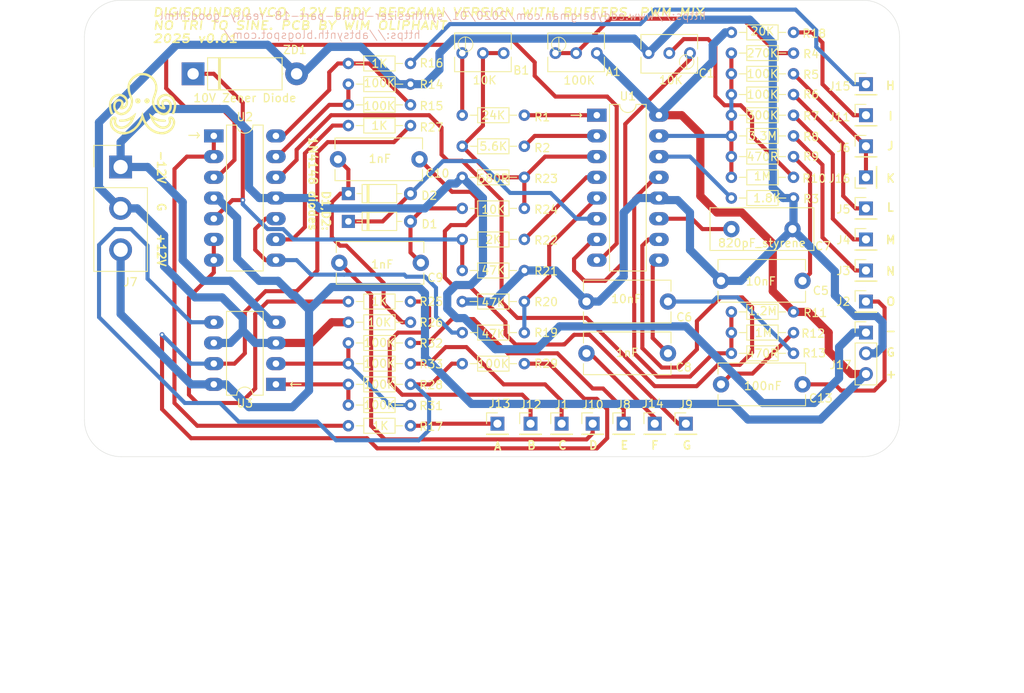
<source format=kicad_pcb>
(kicad_pcb (version 20240108) (generator "pcbnew") (generator_version "8.0")
  (layers (0 "F.Cu" signal) (31 "B.Cu" signal) (34 "B.Paste" user) (35 "F.Paste" user) (36 "B.SilkS" user "B.Silkscreen") (37 "F.SilkS" user "F.Silkscreen") (38 "B.Mask" user) (39 "F.Mask" user) (44 "Edge.Cuts" user))
  (net 0 "")
  (net 1 "GND")
  (net 2 "Net-(C5-Pad1)")
  (net 3 "Net-(C6-Pad1)")
  (net 4 "/3340_11")
  (net 5 "/3340_9")
  (net 6 "Net-(D1-A)")
  (net 7 "Net-(D2-K)")
  (net 8 "Net-(C13-Pad1)")
  (net 9 "/3340_6")
  (net 10 "+12V")
  (net 11 "-12V")
  (net 12 "/3340_1")
  (net 13 "Net-(R1-Pad1)")
  (net 14 "/3340_3")
  (net 15 "/3340_2")
  (net 16 "/3340_14")
  (net 17 "/3340_15")
  (net 18 "Net-(R4-Pad2)")
  (net 19 "Net-(R10-Pad1)")
  (net 20 "/3340_13")
  (net 21 "Net-(U2D--)")
  (net 22 "Net-(R15-Pad2)")
  (net 23 "Net-(U2A--)")
  (net 24 "Net-(U2C-+)")
  (net 25 "/3340_5")
  (net 26 "Net-(U2B-+)")
  (net 27 "/3340_4")
  (net 28 "Net-(U2B--)")
  (net 29 "Net-(U2C--)")
  (net 30 "Net-(R27-Pad2)")
  (net 31 "Net-(R28-Pad1)")
  (net 32 "Net-(U3B-+)")
  (net 33 "Net-(U3A--)")
  (net 34 "/3340_7")
  (net 35 "/3340_8")
  (net 36 "/3340_10")
  (net 37 "Net-(J14-Pin_1)")
  (net 38 "Net-(J10-Pin_1)")
  (net 39 "Net-(J9-Pin_1)")
  (net 40 "Net-(J2-Pin_1)")
  (net 41 "Net-(J1-Pin_1)")
  (net 42 "Net-(J3-Pin_1)")
  (net 43 "Net-(J4-Pin_1)")
  (net 44 "Net-(J5-Pin_1)")
  (net 45 "Net-(J16-Pin_1)")
  (net 46 "Net-(J8-Pin_1)")
  (net 47 "Net-(J11-Pin_1)")
  (net 48 "Net-(J12-Pin_1)")
  (net 49 "Net-(J13-Pin_1)")
  (net 50 "Net-(J15-Pin_1)")
  (footprint "Connector_PinHeader_2.54mm:PinHeader_1x01_P2.54mm_Vertical" (layer "F.Cu") (at 193.23 87.44)
    (property "Reference" "J5")
    (property "Value" "to_rv5_pot")
  )
  (footprint "Package_DIP:DIP-16_W7.62mm_LongPads" (layer "F.Cu") (at 160.21 76.01)
    (property "Reference" "U1")
    (property "Value" "AS3340" (hide yes))
  )
  (footprint "Resistor_THT:R_Axial_DIN0204_L3.6mm_D1.6mm_P7.62mm_Horizontal" (layer "F.Cu") (at 176.72 73.47)
    (property "Reference" "R6")
    (property "Value" "100K")
  )
  (footprint "Diode_THT:D_DO-35_SOD27_P7.62mm_Horizontal" (layer "F.Cu") (at 129.73 89.04)
    (property "Reference" "D1")
    (property "Value" "1N4148" (hide yes))
  )
  (footprint "Connector_PinHeader_2.54mm:PinHeader_1x01_P2.54mm_Vertical" (layer "F.Cu") (at 193.23 76.01)
    (property "Reference" "J11")
    (property "Value" "rv4_pin3")
  )
  (footprint "Package_DIP:DIP-14_W7.62mm_LongPads" (layer "F.Cu") (at 113.22 78.55)
    (property "Reference" "U2")
    (property "Value" "TL074" (hide yes))
  )
  (footprint "Resistor_THT:R_Axial_DIN0204_L3.6mm_D1.6mm_P7.62mm_Horizontal" (layer "F.Cu") (at 143.7 87.44)
    (property "Reference" "R24")
    (property "Value" "10K")
  )
  (footprint "Resistor_THT:R_Axial_DIN0204_L3.6mm_D1.6mm_P7.62mm_Horizontal" (layer "F.Cu") (at 176.72 68.39)
    (property "Reference" "R4")
    (property "Value" "270K")
  )
  (footprint "Connector_PinHeader_2.54mm:PinHeader_1x01_P2.54mm_Vertical" (layer "F.Cu") (at 152.082 113.856)
    (property "Reference" "J12")
    (property "Value" "square_out_jack")
  )
  (footprint "Connector_PinHeader_2.54mm:PinHeader_1x01_P2.54mm_Vertical" (layer "F.Cu") (at 193.23 98.87)
    (property "Reference" "J2")
    (property "Value" "to_rv3_pot")
  )
  (footprint "Resistor_THT:R_Axial_DIN0204_L3.6mm_D1.6mm_P7.62mm_Horizontal" (layer "F.Cu") (at 129.73 69.66)
    (property "Reference" "R16")
    (property "Value" "1K")
  )
  (footprint "Resistor_THT:R_Axial_DIN0204_L3.6mm_D1.6mm_P7.62mm_Horizontal" (layer "F.Cu") (at 184.34 65.85 180)
    (property "Reference" "R18")
    (property "Value" "20K")
  )
  (footprint "Resistor_THT:R_Axial_DIN0204_L3.6mm_D1.6mm_P7.62mm_Horizontal" (layer "F.Cu") (at 129.73 109.03)
    (property "Reference" "R28")
    (property "Value" "100K")
  )
  (footprint "Resistor_THT:R_Axial_DIN0204_L3.6mm_D1.6mm_P7.62mm_Horizontal" (layer "F.Cu") (at 184.34 83.63 180)
    (property "Reference" "R10")
    (property "Value" "1M")
  )
  (footprint "Capacitor_THT:C_Disc_D10.5mm_W5.0mm_P10.00mm" (layer "F.Cu") (at 185.45 96.33 180)
    (property "Reference" "C5")
    (property "Value" "10nF")
  )
  (footprint "Resistor_THT:R_Axial_DIN0204_L3.6mm_D1.6mm_P7.62mm_Horizontal" (layer "F.Cu") (at 143.7 79.82)
    (property "Reference" "R2")
    (property "Value" "5.6K")
  )
  (footprint "Resistor_THT:R_Axial_DIN0204_L3.6mm_D1.6mm_P7.62mm_Horizontal" (layer "F.Cu") (at 137.35 72.2 180)
    (property "Reference" "R14")
    (property "Value" "100K")
  )
  (footprint "Potentiometer_THT:Potentiometer_Bourns_3266Y_Vertical" (layer "F.Cu") (at 155.13 68.39 180)
    (property "Reference" "A1")
    (property "Value" "100K")
  )
  (footprint "Resistor_THT:R_Axial_DIN0204_L3.6mm_D1.6mm_P7.62mm_Horizontal" (layer "F.Cu") (at 137.35 106.49 180)
    (property "Reference" "R33")
    (property "Value" "100K")
  )
  (footprint "Connector_PinHeader_2.54mm:PinHeader_1x01_P2.54mm_Vertical" (layer "F.Cu") (at 171.132 113.856)
    (property "Reference" "J9")
    (property "Value" "neg_hard_sync_in_jack")
  )
  (footprint "Resistor_THT:R_Axial_DIN0204_L3.6mm_D1.6mm_P7.62mm_Horizontal" (layer "F.Cu") (at 176.72 76.01)
    (property "Reference" "R7")
    (property "Value" "300K")
  )
  (footprint "Resistor_THT:R_Axial_DIN0204_L3.6mm_D1.6mm_P7.62mm_Horizontal" (layer "F.Cu") (at 137.35 103.95 180)
    (property "Reference" "R32")
    (property "Value" "100K")
  )
  (footprint "Capacitor_THT:C_Disc_D10.5mm_W5.0mm_P10.00mm" (layer "F.Cu") (at 128.62 94.12)
    (property "Reference" "C9")
    (property "Value" "1nF")
  )
  (footprint "Resistor_THT:R_Axial_DIN0204_L3.6mm_D1.6mm_P7.62mm_Horizontal" (layer "F.Cu") (at 143.7 102.68)
    (property "Reference" "R19")
    (property "Value" "47K")
  )
  (footprint "Capacitor_THT:C_Disc_D10.5mm_W5.0mm_P10.00mm" (layer "F.Cu") (at 168.94 98.87 180)
    (property "Reference" "C6")
    (property "Value" "10nF")
  )
  (footprint "Connector_PinHeader_2.54mm:PinHeader_1x01_P2.54mm_Vertical" (layer "F.Cu") (at 193.23 95.06)
    (property "Reference" "J3")
    (property "Value" "to_rv2")
  )
  (footprint "Capacitor_THT:C_Disc_D12.5mm_W5.0mm_P7.50mm" (layer "F.Cu") (at 176.72 89.98)
    (property "Reference" "C7")
    (property "Value" "820pF_styrene")
  )
  (footprint "Resistor_THT:R_Axial_DIN0204_L3.6mm_D1.6mm_P7.62mm_Horizontal" (layer "F.Cu") (at 137.35 98.87 180)
    (property "Reference" "R25")
    (property "Value" "1K")
  )
  (footprint "Connector_PinHeader_2.54mm:PinHeader_1x01_P2.54mm_Vertical" (layer "F.Cu") (at 159.702 113.856)
    (property "Reference" "J10")
    (property "Value" "pos_hard_sync_in")
  )
  (footprint "Resistor_THT:R_Axial_DIN0204_L3.6mm_D1.6mm_P7.62mm_Horizontal" (layer "F.Cu") (at 176.72 102.68)
    (property "Reference" "R12")
    (property "Value" "1M")
  )
  (footprint "Capacitor_THT:C_Disc_D10.5mm_W5.0mm_P10.00mm" (layer "F.Cu") (at 175.45 109.03)
    (property "Reference" "C13")
    (property "Value" "100nF")
  )
  (footprint "Resistor_THT:R_Axial_DIN0204_L3.6mm_D1.6mm_P7.62mm_Horizontal" (layer "F.Cu") (at 176.72 105.22)
    (property "Reference" "R13")
    (property "Value" "470R")
  )
  (footprint "Resistor_THT:R_Axial_DIN0204_L3.6mm_D1.6mm_P7.62mm_Horizontal" (layer "F.Cu") (at 151.32 95.06 180)
    (property "Reference" "R21")
    (property "Value" "47K")
  )
  (footprint "Connector_PinHeader_2.54mm:PinHeader_1x01_P2.54mm_Vertical" (layer "F.Cu") (at 148.018 113.856)
    (property "Reference" "J13")
    (property "Value" "saw_out_jack")
  )
  (footprint "Resistor_THT:R_Axial_DIN0204_L3.6mm_D1.6mm_P7.62mm_Horizontal" (layer "F.Cu") (at 176.72 78.55)
    (property "Reference" "R8")
    (property "Value" "3.3M")
  )
  (footprint "Connector_Samtec_HPM_THT:Samtec_HPM-03-01-x-S_Straight_1x03_Pitch5.08mm" (layer "F.Cu") (at 101.79 82.36)
    (property "Reference" "J7")
    (property "Value" "power input")
  )
  (footprint "Potentiometer_THT:Potentiometer_Bourns_3266Y_Vertical" (layer "F.Cu") (at 143.7 68.39 180)
    (property "Reference" "B1")
    (property "Value" "10K")
  )
  (footprint "Connector_PinHeader_2.54mm:PinHeader_1x01_P2.54mm_Vertical" (layer "F.Cu") (at 193.23 79.82)
    (property "Reference" "J6")
    (property "Value" "1v_oct_in_1_jack")
  )
  (footprint "Capacitor_THT:C_Disc_D10.5mm_W5.0mm_P10.00mm" (layer "F.Cu") (at 138.46 81.42 180)
    (property "Reference" "C10")
    (property "Value" "1nF")
  )
  (footprint "Capacitor_THT:C_Disc_D10.5mm_W5.0mm_P10.00mm" (layer "F.Cu") (at 168.94 105.22 180)
    (property "Reference" "C8")
    (property "Value" "1nF")
  )
  (footprint "Resistor_THT:R_Axial_DIN0204_L3.6mm_D1.6mm_P7.62mm_Horizontal" (layer "F.Cu") (at 143.7 106.49)
    (property "Reference" "R29")
    (property "Value" "100K")
  )
  (footprint "Package_DIP:DIP-8_W7.62mm_LongPads" (layer "F.Cu") (at 120.84 109.03 180)
    (property "Reference" "U3")
    (property "Value" "TL072" (hide yes))
  )
  (footprint "Resistor_THT:R_Axial_DIN0204_L3.6mm_D1.6mm_P7.62mm_Horizontal" (layer "F.Cu") (at 143.7 76.01)
    (property "Reference" "R1")
    (property "Value" "24K")
  )
  (footprint "Connector_PinHeader_2.54mm:PinHeader_1x03_P2.54mm_Vertical" (layer "F.Cu") (at 193.23 102.68)
    (property "Reference" "J17")
    (property "Value" "power output" (hide yes))
  )
  (footprint "MountingHole:MountingHole_3.2mm_M3" (layer "F.Cu") (at 101.85 66.4)
    (property "Reference" "REF**" (hide yes))
    (property "Value" "MountingHole_3.2mm_M3" (hide yes))
  )
  (footprint "Resistor_THT:R_Axial_DIN0204_L3.6mm_D1.6mm_P7.62mm_Horizontal" (layer "F.Cu") (at 129.73 114.11)
    (property "Reference" "R17")
    (property "Value" "1K")
  )
  (footprint "MountingHole:MountingHole_3.2mm_M3" (layer "F.Cu") (at 192.85 113.4)
    (property "Reference" "REF**" (hide yes))
    (property "Value" "MountingHole_3.2mm_M3" (hide yes))
  )
  (footprint "Connector_PinHeader_2.54mm:PinHeader_1x01_P2.54mm_Vertical" (layer "F.Cu") (at 163.512 113.856)
    (property "Reference" "J8")
    (property "Value" "external_pulse_width_mod_cv_in_jack")
  )
  (footprint "Resistor_THT:R_Axial_DIN0204_L3.6mm_D1.6mm_P7.62mm_Horizontal" (layer "F.Cu") (at 143.7 91.25)
    (property "Reference" "R22")
    (property "Value" "2K")
  )
  (footprint "Resistor_THT:R_Axial_DIN0204_L3.6mm_D1.6mm_P7.62mm_Horizontal" (layer "F.Cu") (at 143.7 83.63)
    (property "Reference" "R23")
    (property "Value" "680R")
  )
  (footprint "Potentiometer_THT:Potentiometer_Bourns_3266Y_Vertical" (layer "F.Cu") (at 171.64 68.39)
    (property "Reference" "C1")
    (property "Value" "10K")
  )
  (footprint "Resistor_THT:R_Axial_DIN0204_L3.6mm_D1.6mm_P7.62mm_Horizontal" (layer "F.Cu") (at 176.72 81.09)
    (property "Reference" "R9")
    (property "Value" "470R")
  )
  (footprint "Resistor_THT:R_Axial_DIN0204_L3.6mm_D1.6mm_P7.62mm_Horizontal" (layer "F.Cu") (at 176.72 100.14)
    (property "Reference" "R11")
    (property "Value" "1.2M")
  )
  (footprint "Diode_THT:D_DO-35_SOD27_P7.62mm_Horizontal" (layer "F.Cu") (at 129.73 85.63)
    (property "Reference" "D2")
    (property "Value" "1N4148" (hide yes))
  )
  (footprint "MountingHole:MountingHole_3.2mm_M3" (layer "F.Cu") (at 101.85 113.4)
    (property "Reference" "REF**" (hide yes))
    (property "Value" "MountingHole_3.2mm_M3" (hide yes))
  )
  (footprint "Resistor_THT:R_Axial_DIN0204_L3.6mm_D1.6mm_P7.62mm_Horizontal" (layer "F.Cu") (at 129.73 101.41)
    (property "Reference" "R26")
    (property "Value" "10K")
  )
  (footprint "Connector_PinHeader_2.54mm:PinHeader_1x01_P2.54mm_Vertical" (layer "F.Cu") (at 193.23 91.25)
    (property "Reference" "J4")
    (property "Value" "to_s1_switch")
  )
  (footprint "Diode_THT:D_5W_P12.70mm_Horizontal" (layer "F.Cu") (at 110.68 70.93)
    (property "Reference" "ZD1")
    (property "Value" "10V Zener Diode")
  )
  (footprint "Connector_PinHeader_2.54mm:PinHeader_1x01_P2.54mm_Vertical" (layer "F.Cu") (at 193.23 72.2)
    (property "Reference" "J15")
    (property "Value" "triangle_ouput_jack")
  )
  (footprint "Resistor_THT:R_Axial_DIN0204_L3.6mm_D1.6mm_P7.62mm_Horizontal" (layer "F.Cu") (at 176.72 86.17)
    (property "Reference" "R3")
    (property "Value" "1.8K")
  )
  (footprint "Resistor_THT:R_Axial_DIN0204_L3.6mm_D1.6mm_P7.62mm_Horizontal" (layer "F.Cu") (at 176.72 70.93)
    (property "Reference" "R5")
    (property "Value" "100K")
  )
  (footprint "Resistor_THT:R_Axial_DIN0204_L3.6mm_D1.6mm_P7.62mm_Horizontal" (layer "F.Cu") (at 143.7 98.87)
    (property "Reference" "R20")
    (property "Value" "47K")
  )
  (footprint "Connector_PinHeader_2.54mm:PinHeader_1x01_P2.54mm_Vertical" (layer "F.Cu") (at 167.322 113.856)
    (property "Reference" "J14")
    (property "Value" "soft_sync_in_jack")
  )
  (footprint "Resistor_THT:R_Axial_DIN0204_L3.6mm_D1.6mm_P7.62mm_Horizontal" (layer "F.Cu") (at 129.73 77.28)
    (property "Reference" "R27")
    (property "Value" "1K")
  )
  (footprint "Resistor_THT:R_Axial_DIN0204_L3.6mm_D1.6mm_P7.62mm_Horizontal" (layer "F.Cu") (at 129.73 74.74)
    (property "Reference" "R15")
    (property "Value" "100K")
  )
  (footprint "Connector_PinHeader_2.54mm:PinHeader_1x01_P2.54mm_Vertical" (layer "F.Cu") (at 193.23 83.63 90)
    (property "Reference" "J16")
    (property "Value" "1v_oct_in_2_jack")
  )
  (footprint "MountingHole:MountingHole_3.2mm_M3" (layer "F.Cu") (at 192.85 66.4)
    (property "Reference" "REF**" (hide yes))
    (property "Value" "MountingHole_3.2mm_M3" (hide yes))
  )
  (footprint "Resistor_THT:R_Axial_DIN0204_L3.6mm_D1.6mm_P7.62mm_Horizontal" (layer "F.Cu") (at 137.35 111.57 180)
    (property "Reference" "R31")
    (property "Value" "100K")
  )
  (footprint "Connector_PinHeader_2.54mm:PinHeader_1x01_P2.54mm_Vertical" (layer "F.Cu") (at 155.892 113.856)
    (property "Reference" "J1")
    (property "Value" "rv4_pin2")
  )
  (footprint "LOGO" (layer "F.Cu") (at 104.528 74.73)
    (property "Reference" "G***" (hide yes))
    (property "Value" "LOGO" (hide yes))
  )
  (gr_line (start 122.92 108.7) (end 122.74 108.98) (stroke (width 0.1)) (layer "F.SilkS"))
  (gr_line (start 158.06 76.35) (end 158.24 76.07) (stroke (width 0.1)) (layer "F.SilkS"))
  (gr_line (start 158.32 76.02) (end 157.06 76.02) (stroke (width 0.15)) (layer "F.SilkS"))
  (gr_line (start 122.66 109.03) (end 123.92 109.03) (stroke (width 0.15)) (layer "F.SilkS"))
  (gr_line (start 122.62 109.02) (end 122.92 108.7) (stroke (width 0.1)) (layer "F.SilkS"))
  (gr_line (start 158.06 75.66) (end 158.24 75.99) (stroke (width 0.1)) (layer "F.SilkS"))
  (gr_line (start 122.92 109.39) (end 122.74 109.06) (stroke (width 0.1)) (layer "F.SilkS"))
  (gr_line (start 111.17 78.81) (end 111.35 78.53) (stroke (width 0.1)) (layer "F.SilkS"))
  (gr_line (start 111.17 78.12) (end 111.35 78.45) (stroke (width 0.1)) (layer "F.SilkS"))
  (gr_line (start 155.55 66.45) (end 155.55 68.02) (stroke (width 0.1)) (layer "F.SilkS"))
  (gr_line (start 158.36 76.03) (end 158.06 76.35) (stroke (width 0.1)) (layer "F.SilkS"))
  (gr_line (start 111.43 78.48) (end 110.17 78.48) (stroke (width 0.15)) (layer "F.SilkS"))
  (gr_line (start 111.47 78.48) (end 111.17 78.12) (stroke (width 0.1)) (layer "F.SilkS"))
  (gr_circle (center 155.53 67.32) (end 156.34 67.67) (stroke (width 0.1)) (fill none) (layer "F.SilkS"))
  (gr_circle (center 144.1 67.32) (end 144.83 67.86) (stroke (width 0.1)) (fill none) (layer "F.SilkS"))
  (gr_circle (center 171.23 69.46) (end 172.06 69.79) (stroke (width 0.1)) (fill none) (layer "F.SilkS"))
  (gr_line (start 171.25 70.36) (end 171.22 68.69) (stroke (width 0.1)) (layer "F.SilkS"))
  (gr_line (start 144.1 66.41) (end 144.09 67.97) (stroke (width 0.1)) (layer "F.SilkS"))
  (gr_line (start 111.47 78.49) (end 111.17 78.81) (stroke (width 0.1)) (layer "F.SilkS"))
  (gr_line (start 158.36 76.02) (end 158.06 75.66) (stroke (width 0.1)) (layer "F.SilkS"))
  (gr_line (start 122.62 109.03) (end 122.92 109.39) (stroke (width 0.1)) (layer "F.SilkS"))
  (gr_arc (start 97.35 66.4) (mid 98.668019 63.218019) (end 101.85 61.9) (stroke (width 0.05)) (layer "Edge.Cuts"))
  (gr_line (start 101.85 61.9) (end 192.85 61.9) (stroke (width 0.05)) (layer "Edge.Cuts"))
  (gr_arc (start 101.85 117.9) (mid 98.668019 116.581981) (end 97.35 113.4) (stroke (width 0.05)) (layer "Edge.Cuts"))
  (gr_line (start 197.35 66.4) (end 197.35 113.4) (stroke (width 0.05)) (layer "Edge.Cuts"))
  (gr_line (start 192.85 117.9) (end 101.85 117.9) (stroke (width 0.05)) (layer "Edge.Cuts"))
  (gr_arc (start 197.35 113.4) (mid 196.031981 116.581981) (end 192.85 117.9) (stroke (width 0.05)) (layer "Edge.Cuts"))
  (gr_arc (start 192.85 61.9) (mid 196.031981 63.218019) (end 197.35 66.4) (stroke (width 0.05)) (layer "Edge.Cuts"))
  (gr_line (start 97.35 113.4) (end 97.35 66.4) (stroke (width 0.05)) (layer "Edge.Cuts"))
  (gr_text "https://www.eddybergman.com/2020/01/synthesizer-build-part-18-really-good.html" (at 173.686 64.385 0) (layer "B.SilkS") (effects (font (size 1 1) (thickness 0.1)) (justify left bottom mirror)))
  (gr_text "https://abtsynth.blogspot.com/" (at 138.668 66.729 0) (layer "B.SilkS") (effects (font (size 1 1) (thickness 0.1)) (justify left bottom mirror)))
  (gr_text "J" (at 195.72 80.368 0) (layer "F.SilkS") (effects (font (size 1 1) (thickness 0.2) (bold yes)) (justify left bottom)))
  (gr_text "+12V" (at 106.2 90.42 270) (layer "F.SilkS") (effects (font (size 1 1) (thickness 0.2) (bold yes)) (justify left bottom)))
  (gr_text "F" (at 166.76 117.09 0) (layer "F.SilkS") (effects (font (size 1 1) (thickness 0.2) (bold yes)) (justify left bottom)))
  (gr_text "G" (at 195.63 105.691 0) (layer "F.SilkS") (effects (font (size 1 1) (thickness 0.2) (bold yes)) (justify left bottom)))
  (gr_text "O" (at 195.62 99.453 0) (layer "F.SilkS") (effects (font (size 1 1) (thickness 0.2) (bold yes)) (justify left bottom)))
  (gr_text "L" (at 195.68 87.906 0) (layer "F.SilkS") (effects (font (size 1 1) (thickness 0.2) (bold yes)) (justify left bottom)))
  (gr_text "+" (at 195.57 108.36 0) (layer "F.SilkS") (effects (font (size 1 1) (thickness 0.2) (bold yes)) (justify left bottom)))
  (gr_text "-" (at 195.53 103.052 0) (layer "F.SilkS") (effects (font (size 1 1) (thickness 0.2) (bold yes)) (justify left bottom)))
  (gr_text "B" (at 151.56 117.09 0) (layer "F.SilkS") (effects (font (size 1 1) (thickness 0.2) (bold yes)) (justify left bottom)))
  (gr_text "H" (at 195.57 72.97 0) (layer "F.SilkS") (effects (font (size 1 1) (thickness 0.2) (bold yes)) (justify left bottom)))
  (gr_text "D" (at 159.14 117.09 0) (layer "F.SilkS") (effects (font (size 1 1) (thickness 0.2) (bold yes)) (justify left bottom)))
  (gr_text "M" (at 195.55 91.895 0) (layer "F.SilkS") (effects (font (size 1 1) (thickness 0.2) (bold yes)) (justify left bottom)))
  (gr_text "K" (at 195.62 84.347 0) (layer "F.SilkS") (effects (font (size 1 1) (thickness 0.2) (bold yes)) (justify left bottom)))
  (gr_text "I" (at 195.88 76.709 0) (layer "F.SilkS") (effects (font (size 1 1) (thickness 0.2) (bold yes)) (justify left bottom)))
  (gr_text "C" (at 155.36 117.09 0) (layer "F.SilkS") (effects (font (size 1 1) (thickness 0.2) (bold yes)) (justify left bottom)))
  (gr_text "G" (at 170.63 117.09 0) (layer "F.SilkS") (effects (font (size 1 1) (thickness 0.2) (bold yes)) (justify left bottom)))
  (gr_text "G" (at 106.2 86.65 270) (layer "F.SilkS") (effects (font (size 1 1) (thickness 0.2) (bold yes)) (justify left bottom)))
  (gr_text "DIGISOUND80 VCO. 12V EDDY BERGMAN VERSION WITH BUFFERS, PWM MIX\nNO TRI TO SINE. PCB BY WIM OLIPHANT\n2025 v0.01" (at 105.647 67.195 0) (layer "F.SilkS") (effects (font (size 1 1.2) (thickness 0.2) (bold yes) (italic yes)) (justify left bottom)))
  (gr_text "-12V" (at 106.2 80.25 270) (layer "F.SilkS") (effects (font (size 1 1) (thickness 0.2) (bold yes)) (justify left bottom)))
  (gr_text "E" (at 163.01 117.09 0) (layer "F.SilkS") (effects (font (size 1 1) (thickness 0.2) (bold yes)) (justify left bottom)))
  (gr_text "N" (at 195.6 95.734 0) (layer "F.SilkS") (effects (font (size 1 1) (thickness 0.2) (bold yes)) (justify left bottom)))
  (gr_text "D1,D2:\n1N4148 diodes" (at 124.784 90.285 -90) (layer "F.SilkS") (effects (font (size 1 1) (thickness 0.2) (bold yes)) (justify right bottom)))
  (gr_text "A" (at 147.49 117.21 0) (layer "F.SilkS") (effects (font (size 1 1) (thickness 0.2) (bold yes)) (justify left bottom)))
  (segment (start 120.84 103.95) (end 125.158 103.95) (width 1) (layer "F.Cu") (net 1))
  (segment (start 127.698 101.41) (end 129.73 101.41) (width 1) (layer "F.Cu") (net 1))
  (segment (start 125.158 103.95) (end 127.698 101.41) (width 1) (layer "F.Cu") (net 1))
  (segment (start 177.87 96.33) (end 184.22 89.98) (width 1) (layer "B.Cu") (net 1))
  (segment (start 189.42 95.18) (end 189.42 98.108) (width 1) (layer "B.Cu") (net 1))
  (segment (start 163.512 95.822) (end 160.464 98.87) (width 1) (layer "B.Cu") (net 1))
  (segment (start 163.512 87.948) (end 163.512 95.822) (width 1) (layer "B.Cu") (net 1))
  (segment (start 151.32 95.06) (end 155.13 95.06) (width 1) (layer "B.Cu") (net 1))
  (segment (start 167.83 86.17) (end 165.29 86.17) (width 1) (layer "B.Cu") (net 1))
  (segment (start 99.13 84.85) (end 99.13 76.892) (width 1) (layer "B.Cu") (net 1))
  (segment (start 195.262 104.390081) (end 194.432081 105.22) (width 1) (layer "B.Cu") (net 1))
  (segment (start 195.262 101.41) (end 195.262 104.390081) (width 1) (layer "B.Cu") (net 1))
  (segment (start 115.252 103.95) (end 113.22 103.95) (width 1) (layer "B.Cu") (net 1))
  (segment (start 116.776 100.902) (end 116.776 102.426) (width 1) (layer "B.Cu") (net 1))
  (segment (start 147.51 98.87) (end 151.32 95.06) (width 1) (layer "B.Cu") (net 1))
  (segment (start 127.444 67.628) (end 131.254 67.628) (width 1) (layer "B.Cu") (net 1))
  (segment (start 171.64 87.948) (end 170.116 86.424) (width 1) (layer "B.Cu") (net 1))
  (segment (start 184.22 89.98) (end 189.42 95.18) (width 1) (layer "B.Cu") (net 1))
  (segment (start 170.66 64.29) (end 178.97 64.29) (width 1) (layer "B.Cu") (net 1))
  (segment (start 160.464 98.87) (end 158.94 98.87) (width 1) (layer "B.Cu") (net 1))
  (segment (start 194.5 100.648) (end 195.262 101.41) (width 1) (layer "B.Cu") (net 1))
  (segment (start 140.906 70.422) (end 140.906 68.39) (width 1) (layer "B.Cu") (net 1))
  (segment (start 135.826 72.2) (end 137.35 72.2) (width 1) (layer "B.Cu") (net 1))
  (segment (start 181.8 67.12) (end 181.8 84.9) (width 1) (layer "B.Cu") (net 1))
  (segment (start 194.432081 105.22) (end 193.23 105.22) (width 1) (layer "B.Cu") (net 1))
  (segment (start 116.776 102.426) (end 118.3 103.95) (width 1) (layer "B.Cu") (net 1))
  (segment (start 124.142 70.93) (end 127.444 67.628) (width 1) (layer "B.Cu") (net 1))
  (segment (start 114.236 98.362) (end 116.776 100.902) (width 1) (layer "B.Cu") (net 1))
  (segment (start 101.72 87.44) (end 99.13 84.85) (width 1) (layer "B.Cu") (net 1))
  (segment (start 107.124 90.742) (end 107.124 94.552) (width 1) (layer "B.Cu") (net 1))
  (segment (start 99.13 76.892) (end 108.648 67.374) (width 1) (layer "B.Cu") (net 1))
  (segment (start 140.906 68.39) (end 142.684 66.612) (width 1) (layer "B.Cu") (net 1))
  (segment (start 165.29 86.17) (end 163.512 87.948) (width 1) (layer "B.Cu") (net 1))
  (segment (start 116.776 102.426) (end 115.252 103.95) (width 1) (layer "B.Cu") (net 1))
  (segment (start 183.07 86.17) (end 184.34 86.17) (width 1) (layer "B.Cu") (net 1))
  (segment (start 191.96 100.648) (end 194.5 100.648) (width 1) (layer "B.Cu") (net 1))
  (segment (start 170.116 86.424) (end 168.084 86.424) (width 1) (layer "B.Cu") (net 1))
  (segment (start 175.45 96.33) (end 177.87 96.33) (width 1) (layer "B.Cu") (net 1))
  (segment (start 164.782 66.612) (end 166.56 68.39) (width 1) (layer "B.Cu") (net 1))
  (segment (start 118.3 103.95) (end 120.84 103.95) (width 1) (layer "B.Cu") (net 1))
  (segment (start 139.128 72.2) (end 140.906 70.422) (width 1) (layer "B.Cu") (net 1))
  (segment (start 101.79 87.44) (end 103.822 87.44) (width 1) (layer "B.Cu") (net 1))
  (segment (start 137.35 72.2) (end 139.128 72.2) (width 1) (layer "B.Cu") (net 1))
  (segment (start 184.34 89.86) (end 184.22 89.98) (width 1) (layer "B.Cu") (net 1))
  (segment (start 119.824 67.374) (end 123.38 70.93) (width 1) (layer "B.Cu") (net 1))
  (segment (start 189.42 98.108) (end 191.96 100.648) (width 1) (layer "B.Cu") (net 1))
  (segment (start 123.38 70.93) (end 124.142 70.93) (width 1) (layer "B.Cu") (net 1))
  (segment (start 142.684 66.612) (end 164.782 66.612) (width 1) (layer "B.Cu") (net 1))
  (segment (start 110.934 98.362) (end 114.236 98.362) (width 1) (layer "B.Cu") (net 1))
  (segment (start 107.124 94.552) (end 110.934 98.362) (width 1) (layer "B.Cu") (net 1))
  (segment (start 171.64 92.52) (end 171.64 87.948) (width 1) (layer "B.Cu") (net 1))
  (segment (start 101.79 87.44) (end 101.72 87.44) (width 1) (layer "B.Cu") (net 1))
  (segment (start 108.648 67.374) (end 119.824 67.374) (width 1) (layer "B.Cu") (net 1))
  (segment (start 178.97 64.29) (end 181.8 67.12) (width 1) (layer "B.Cu") (net 1))
  (segment (start 103.822 87.44) (end 107.124 90.742) (width 1) (layer "B.Cu") (net 1))
  (segment (start 166.56 68.39) (end 170.66 64.29) (width 1) (layer "B.Cu") (net 1))
  (segment (start 131.254 67.628) (end 135.826 72.2) (width 1) (layer "B.Cu") (net 1))
  (segment (start 168.084 86.424) (end 167.83 86.17) (width 1) (layer "B.Cu") (net 1))
  (segment (start 184.34 86.17) (end 184.34 89.86) (width 1) (layer "B.Cu") (net 1))
  (segment (start 143.7 98.87) (end 147.51 98.87) (width 1) (layer "B.Cu") (net 1))
  (segment (start 181.8 84.9) (end 183.07 86.17) (width 1) (layer "B.Cu") (net 1))
  (segment (start 155.13 95.06) (end 158.94 98.87) (width 1) (layer "B.Cu") (net 1))
  (segment (start 175.45 96.33) (end 171.64 92.52) (width 1) (layer "B.Cu") (net 1))
  (segment (start 184.34 81.09) (end 186.372 83.122) (width 0.5) (layer "F.Cu") (net 2))
  (segment (start 186.372 83.122) (end 186.372 95.408) (width 0.5) (layer "F.Cu") (net 2))
  (segment (start 186.372 95.408) (end 185.45 96.33) (width 0.5) (layer "F.Cu") (net 2))
  (segment (start 174.434 98.87) (end 174.942 98.362) (width 0.5) (layer "B.Cu") (net 3))
  (segment (start 177.482 98.362) (end 184.34 105.22) (width 0.5) (layer "B.Cu") (net 3))
  (segment (start 174.942 98.362) (end 177.482 98.362) (width 0.5) (layer "B.Cu") (net 3))
  (segment (start 168.94 98.87) (end 174.434 98.87) (width 0.5) (layer "B.Cu") (net 3))
  (segment (start 168.94 98.87) (end 169.448 98.362) (width 0.5) (layer "B.Cu") (net 3))
  (segment (start 167.83 88.71) (end 171.894 88.71) (width 0.5) (layer "F.Cu") (net 4))
  (segment (start 171.894 88.71) (end 173.164 89.98) (width 0.5) (layer "F.Cu") (net 4))
  (segment (start 173.164 89.98) (end 176.72 89.98) (width 0.5) (layer "F.Cu") (net 4))
  (segment (start 168.94 105.22) (end 167.068 103.348) (width 0.5) (layer "F.Cu") (net 5))
  (segment (start 167.068 103.348) (end 167.068 94.552) (width 0.5) (layer "F.Cu") (net 5))
  (segment (start 167.068 94.552) (end 167.83 93.79) (width 0.5) (layer "F.Cu") (net 5))
  (segment (start 143.7 87.44) (end 138.95 87.44) (width 0.5) (layer "F.Cu") (net 6))
  (segment (start 137.35 92.85) (end 138.62 94.12) (width 0.5) (layer "F.Cu") (net 6))
  (segment (start 137.35 89.04) (end 137.35 92.85) (width 0.5) (layer "F.Cu") (net 6))
  (segment (start 138.95 87.44) (end 137.35 89.04) (width 0.5) (layer "F.Cu") (net 6))
  (segment (start 127.698 86.678) (end 127.698 90.996) (width 0.5) (layer "F.Cu") (net 7))
  (segment (start 134.048 96.584) (end 134.048 99.124) (width 0.5) (layer "F.Cu") (net 7))
  (segment (start 128.46 81.42) (end 129.73 82.69) (width 0.5) (layer "F.Cu") (net 7))
  (segment (start 129.476 92.012) (end 134.048 96.584) (width 0.5) (layer "F.Cu") (net 7))
  (segment (start 127.698 90.996) (end 128.714 92.012) (width 0.5) (layer "F.Cu") (net 7))
  (segment (start 134.048 99.124) (end 136.334 101.41) (width 0.5) (layer "F.Cu") (net 7))
  (segment (start 136.334 101.41) (end 137.35 101.41) (width 0.5) (layer "F.Cu") (net 7))
  (segment (start 128.746 85.63) (end 127.698 86.678) (width 0.5) (layer "F.Cu") (net 7))
  (segment (start 128.714 92.012) (end 129.476 92.012) (width 0.5) (layer "F.Cu") (net 7))
  (segment (start 129.73 82.69) (end 129.73 85.63) (width 0.5) (layer "F.Cu") (net 7))
  (segment (start 129.73 85.63) (end 128.746 85.63) (width 0.5) (layer "F.Cu") (net 7))
  (segment (start 175.45 109.03) (end 176.77 107.71) (width 0.5) (layer "F.Cu") (net 8))
  (segment (start 179.31 107.71) (end 184.34 102.68) (width 0.5) (layer "F.Cu") (net 8))
  (segment (start 176.77 107.71) (end 179.31 107.71) (width 0.5) (layer "F.Cu") (net 8))
  (segment (start 129.73 89.04) (end 133.94 89.04) (width 0.5) (layer "F.Cu") (net 9))
  (segment (start 133.94 89.04) (end 137.35 85.63) (width 0.5) (layer "F.Cu") (net 9))
  (segment (start 157.7 88.71) (end 160.21 88.71) (width 0.5) (layer "B.Cu") (net 9))
  (segment (start 137.35 85.63) (end 141.34 81.64) (width 0.5) (layer "B.Cu") (net 9))
  (segment (start 154.54 85.55) (end 157.7 88.71) (width 0.5) (layer "B.Cu") (net 9))
  (segment (start 141.34 81.64) (end 145.67 81.64) (width 0.5) (layer "B.Cu") (net 9))
  (segment (start 149.58 85.55) (end 154.54 85.55) (width 0.5) (layer "B.Cu") (net 9))
  (segment (start 145.67 81.64) (end 149.58 85.55) (width 0.5) (layer "B.Cu") (net 9))
  (segment (start 191.452 107.76) (end 193.23 107.76) (width 1) (layer "F.Cu") (net 10))
  (segment (start 170.624 76.01) (end 172.91 78.296) (width 1) (layer "F.Cu") (net 10))
  (segment (start 186.118 100.14) (end 188.658 102.68) (width 1) (layer "F.Cu") (net 10))
  (segment (start 172.91 85.916) (end 174.942 87.948) (width 1) (layer "F.Cu") (net 10))
  (segment (start 188.658 104.966) (end 191.452 107.76) (width 1) (layer "F.Cu") (net 10))
  (segment (start 188.658 102.68) (end 188.658 104.966) (width 1) (layer "F.Cu") (net 10))
  (segment (start 184.34 100.14) (end 186.118 100.14) (width 1) (layer "F.Cu") (net 10))
  (segment (start 174.942 87.948) (end 177.99 87.948) (width 1) (layer "F.Cu") (net 10))
  (segment (start 181.8 91.758) (end 181.8 97.6) (width 1) (layer "F.Cu") (net 10))
  (segment (start 172.91 78.296) (end 172.91 85.916) (width 1) (layer "F.Cu") (net 10))
  (segment (start 167.83 76.01) (end 170.624 76.01) (width 1) (layer "F.Cu") (net 10))
  (segment (start 181.8 97.6) (end 184.34 100.14) (width 1) (layer "F.Cu") (net 10))
  (segment (start 177.99 87.948) (end 181.8 91.758) (width 1) (layer "F.Cu") (net 10))
  (segment (start 122.872 98.108) (end 121.094 96.33) (width 1) (layer "B.Cu") (net 10))
  (segment (start 175.958 65.85) (end 176.72 65.85) (width 1) (layer "B.Cu") (net 10))
  (segment (start 176.834 111.43) (end 178.752 113.348) (width 1) (layer "B.Cu") (net 10))
  (segment (start 124.904 99.886) (end 127.698 97.092) (width 1) (layer "B.Cu") (net 10))
  (segment (start 116.08 93.602) (end 116.08 88.63) (width 1) (layer "B.Cu") (net 10))
  (segment (start 121.094 96.33) (end 118.808 96.33) (width 1) (layer "B.Cu") (net 10))
  (segment (start 144.83 111.43) (end 176.834 111.43) (width 1) (layer "B.Cu") (net 10))
  (segment (start 122.872 111.824) (end 124.904 109.792) (width 1) (layer "B.Cu") (net 10))
  (segment (start 187.642 113.348) (end 193.23 107.76) (width 1) (layer "B.Cu") (net 10))
  (segment (start 118.808 96.33) (end 116.08 93.602) (width 1) (layer "B.Cu") (net 10))
  (segment (start 160.21 68.39) (end 167.83 76.01) (width 1) (layer "B.Cu") (net 10))
  (segment (start 127.698 97.092) (end 138.366 97.092) (width 1) (layer "B.Cu") (net 10))
  (segment (start 117.538 111.824) (end 122.872 111.824) (width 1) (layer "B.Cu") (net 10))
  (segment (start 178.752 113.348) (end 187.642 113.348) (width 1) (layer "B.Cu") (net 10))
  (segment (start 167.83 76.01) (end 174.434 69.406) (width 1) (layer "B.Cu") (net 10))
  (segment (start 101.79 92.52) (end 101.79 100.394) (width 1) (layer "B.Cu") (net 10))
  (segment (start 139.128 105.728) (end 144.83 111.43) (width 1) (layer "B.Cu") (net 10))
  (segment (start 113.62 86.17) (end 113.22 86.17) (width 1) (layer "B.Cu") (net 10))
  (segment (start 116.08 88.63) (end 113.62 86.17) (width 1) (layer "B.Cu") (net 10))
  (segment (start 124.904 99.886) (end 123.126 98.108) (width 1) (layer "B.Cu") (net 10))
  (segment (start 101.79 100.394) (end 110.426 109.03) (width 1) (layer "B.Cu") (net 10))
  (segment (start 113.22 109.03) (end 114.744 109.03) (width 1) (layer "B.Cu") (net 10))
  (segment (start 114.744 109.03) (end 117.538 111.824) (width 1) (layer "B.Cu") (net 10))
  (segment (start 110.426 109.03) (end 113.22 109.03) (width 1) (layer "B.Cu") (net 10))
  (segment (start 174.434 69.406) (end 174.434 67.374) (width 1) (layer "B.Cu") (net 10))
  (segment (start 174.434 67.374) (end 175.958 65.85) (width 1) (layer "B.Cu") (net 10))
  (segment (start 123.126 98.108) (end 122.872 98.108) (width 1) (layer "B.Cu") (net 10))
  (segment (start 138.366 97.092) (end 139.128 97.854) (width 1) (layer "B.Cu") (net 10))
  (segment (start 124.904 109.792) (end 124.904 99.886) (width 1) (layer "B.Cu") (net 10))
  (segment (start 139.128 97.854) (end 139.128 105.728) (width 1) (layer "B.Cu") (net 10))
  (segment (start 142.938 96.838) (end 141.86 97.916) (width 1) (layer "B.Cu") (net 11))
  (segment (start 141.86 97.916) (end 141.86 99.74) (width 1) (layer "B.Cu") (net 11))
  (segment (start 109.41 93.79) (end 109.41 86.678) (width 1) (layer "B.Cu") (net 11))
  (segment (start 171.132 101.918) (end 180.53 111.316) (width 1) (layer "B.Cu") (net 11))
  (segment (start 101.79 79.312) (end 105.854 75.248) (width 1) (layer "B.Cu") (net 11))
  (segment (start 117.538 84.9) (end 118.808 86.17) (width 1) (layer "B.Cu") (net 11))
  (segment (start 146.24 95.314) (end 144.716 96.838) (width 1) (layer "B.Cu") (net 11))
  (segment (start 152.844 104.712) (end 155.638 101.918) (width 1) (layer "B.Cu") (net 11))
  (segment (start 120.332 101.41) (end 115.252 96.33) (width 1) (layer "B.Cu") (net 11))
  (segment (start 189.928 108.268) (end 189.928 104.458) (width 1) (layer "B.Cu") (net 11))
  (segment (start 126.174 87.44) (end 139.128 87.44) (width 1) (layer "B.Cu") (net 11))
  (segment (start 143.022 100.902) (end 143.954 100.902) (width 1) (layer "B.Cu") (net 11))
  (segment (start 120.84 86.17) (end 124.904 86.17) (width 1) (layer "B.Cu") (net 11))
  (segment (start 141.86 99.74) (end 143.022 100.902) (width 1) (layer "B.Cu") (net 11))
  (segment (start 109.41 86.678) (end 105.092 82.36) (width 1) (layer "B.Cu") (net 11))
  (segment (start 143.7 83.63) (end 146.24 86.17) (width 1) (layer "B.Cu") (net 11))
  (segment (start 124.904 86.17) (end 126.174 87.44) (width 1) (layer "B.Cu") (net 11))
  (segment (start 186.88 111.316) (end 189.928 108.268) (width 1) (layer "B.Cu") (net 11))
  (segment (start 101.79 82.36) (end 101.79 79.312) (width 1) (layer "B.Cu") (net 11))
  (segment (start 118.808 86.17) (end 120.84 86.17) (width 1) (layer "B.Cu") (net 11))
  (segment (start 111.95 96.33) (end 109.41 93.79) (width 1) (layer "B.Cu") (net 11))
  (segment (start 143.954 100.902) (end 147.764 104.712) (width 1) (layer "B.Cu") (net 11))
  (segment (start 117.538 78.042) (end 117.538 84.9) (width 1) (layer "B.Cu") (net 11))
  (segment (start 191.706 102.68) (end 193.23 102.68) (width 1) (layer "B.Cu") (net 11))
  (segment (start 180.53 111.316) (end 186.88 111.316) (width 1) (layer "B.Cu") (net 11))
  (segment (start 105.854 75.248) (end 114.744 75.248) (width 1) (layer "B.Cu") (net 11))
  (segment (start 115.252 96.33) (end 111.95 96.33) (width 1) (layer "B.Cu") (net 11))
  (segment (start 139.128 87.44) (end 142.176 84.392) (width 1) (layer "B.Cu") (net 11))
  (segment (start 146.24 86.17) (end 146.24 95.314) (width 1) (layer "B.Cu") (net 11))
  (segment (start 142.176 84.392) (end 142.938 84.392) (width 1) (layer "B.Cu") (net 11))
  (segment (start 105.092 82.36) (end 101.79 82.36) (width 1) (layer "B.Cu") (net 11))
  (segment (start 147.764 104.712) (end 152.844 104.712) (width 1) (layer "B.Cu") (net 11))
  (segment (start 189.928 104.458) (end 191.706 102.68) (width 1) (layer "B.Cu") (net 11))
  (segment (start 120.84 101.41) (end 120.332 101.41) (width 1) (layer "B.Cu") (net 11))
  (segment (start 155.638 101.918) (end 171.132 101.918) (width 1) (layer "B.Cu") (net 11))
  (segment (start 144.716 96.838) (end 142.938 96.838) (width 1) (layer "B.Cu") (net 11))
  (segment (start 114.744 75.248) (end 117.538 78.042) (width 1) (layer "B.Cu") (net 11))
  (segment (start 142.938 84.392) (end 143.7 83.63) (width 1) (layer "B.Cu") (net 11))
  (segment (start 151.32 76.01) (end 160.21 76.01) (width 0.5) (layer "F.Cu") (net 12))
  (segment (start 143.7 68.39) (end 143.7 76.01) (width 0.5) (layer "F.Cu") (net 13))
  (segment (start 143.7 79.82) (end 146.24 77.28) (width 0.5) (layer "F.Cu") (net 14))
  (segment (start 143.7 79.82) (end 147.51 83.63) (width 0.5) (layer "F.Cu") (net 14))
  (segment (start 147.51 83.63) (end 151.32 83.63) (width 0.5) (layer "F.Cu") (net 14))
  (segment (start 146.24 77.28) (end 146.24 68.39) (width 0.5) (layer "F.Cu") (net 14))
  (segment (start 160.21 81.09) (end 153.86 81.09) (width 0.5) (layer "F.Cu") (net 14))
  (segment (start 146.24 68.39) (end 148.78 68.39) (width 0.5) (layer "F.Cu") (net 14))
  (segment (start 151.32 83.63) (end 151.32 87.44) (width 0.5) (layer "F.Cu") (net 14))
  (segment (start 153.86 81.09) (end 151.32 83.63) (width 0.5) (layer "F.Cu") (net 14))
  (segment (start 152.59 78.55) (end 160.21 78.55) (width 0.5) (layer "F.Cu") (net 15))
  (segment (start 151.32 79.82) (end 152.59 78.55) (width 0.5) (layer "F.Cu") (net 15))
  (segment (start 167.83 81.09) (end 171.64 81.09) (width 0.5) (layer "B.Cu") (net 16))
  (segment (start 171.64 81.09) (end 176.72 86.17) (width 0.5) (layer "B.Cu") (net 16))
  (segment (start 176.72 81.09) (end 176.72 83.63) (width 0.5) (layer "F.Cu") (net 17))
  (segment (start 176.72 78.55) (end 176.72 81.09) (width 0.5) (layer "F.Cu") (net 17))
  (segment (start 176.72 76.01) (end 176.72 78.55) (width 0.5) (layer "F.Cu") (net 17))
  (segment (start 176.72 70.93) (end 176.72 73.47) (width 0.5) (layer "F.Cu") (net 17))
  (segment (start 176.72 68.39) (end 176.72 70.93) (width 0.5) (layer "F.Cu") (net 17))
  (segment (start 167.83 78.55) (end 176.72 78.55) (width 0.5) (layer "B.Cu") (net 17))
  (segment (start 176.72 73.47) (end 176.72 76.01) (width 0.5) (layer "B.Cu") (net 17))
  (segment (start 178.088 64.17) (end 161.89 64.17) (width 0.5) (layer "F.Cu") (net 18))
  (segment (start 161.89 64.17) (end 157.67 68.39) (width 0.5) (layer "F.Cu") (net 18))
  (segment (start 182.308 68.39) (end 178.088 64.17) (width 0.5) (layer "F.Cu") (net 18))
  (segment (start 155.13 68.39) (end 157.67 68.39) (width 0.5) (layer "F.Cu") (net 18))
  (segment (start 184.34 68.39) (end 182.308 68.39) (width 0.5) (layer "F.Cu") (net 18))
  (segment (start 177.07 74.79) (end 177.86 74.79) (width 0.5) (layer "F.Cu") (net 19))
  (segment (start 179.11 76.04) (end 179.11 76.05) (width 0.5) (layer "F.Cu") (net 19))
  (segment (start 172.73 66.67) (end 170.87 66.67) (width 0.5) (layer "F.Cu") (net 19))
  (segment (start 175.882 74.79) (end 177.07 74.79) (width 0.5) (layer "F.Cu") (net 19))
  (segment (start 173.858 66.67) (end 174.752 67.564) (width 0.5) (layer "F.Cu") (net 19))
  (segment (start 179.26 76.2) (end 179.26 78.55) (width 0.5) (layer "F.Cu") (net 19))
  (segment (start 172.73 66.67) (end 173.858 66.67) (width 0.5) (layer "F.Cu") (net 19))
  (segment (start 184.34 83.63) (end 179.26 78.55) (width 0.5) (layer "F.Cu") (net 19))
  (segment (start 169.15 68.39) (end 169.1 68.39) (width 0.5) (layer "F.Cu") (net 19))
  (segment (start 179.11 76.05) (end 179.26 76.2) (width 0.5) (layer "F.Cu") (net 19))
  (segment (start 177.86 74.79) (end 179.11 76.04) (width 0.5) (layer "F.Cu") (net 19))
  (segment (start 174.752 73.66) (end 175.882 74.79) (width 0.5) (layer "F.Cu") (net 19))
  (segment (start 170.87 66.67) (end 169.15 68.39) (width 0.5) (layer "F.Cu") (net 19))
  (segment (start 174.752 67.564) (end 174.752 73.66) (width 0.5) (layer "F.Cu") (net 19))
  (segment (start 164.8 105.231) (end 167.649 108.08) (width 0.5) (layer "F.Cu") (net 20))
  (segment (start 167.649 108.08) (end 171.64 108.08) (width 0.5) (layer "F.Cu") (net 20))
  (segment (start 167.43 83.63) (end 164.8 86.26) (width 0.5) (layer "F.Cu") (net 20))
  (segment (start 171.64 108.08) (end 174.5 105.22) (width 0.5) (layer "F.Cu") (net 20))
  (segment (start 174.5 105.22) (end 176.72 105.22) (width 0.5) (layer "F.Cu") (net 20))
  (segment (start 176.72 100.14) (end 176.72 102.68) (width 0.5) (layer "F.Cu") (net 20))
  (segment (start 167.83 83.63) (end 167.43 83.63) (width 0.5) (layer "F.Cu") (net 20))
  (segment (start 164.8 86.26) (end 164.8 105.231) (width 0.5) (layer "F.Cu") (net 20))
  (segment (start 176.72 105.22) (end 176.72 102.68) (width 0.5) (layer "F.Cu") (net 20))
  (segment (start 121.04 81.09) (end 127.39 74.74) (width 0.5) (layer "F.Cu") (net 21))
  (segment (start 120.84 81.09) (end 121.04 81.09) (width 0.5) (layer "F.Cu") (net 21))
  (segment (start 129.73 72.2) (end 129.73 74.74) (width 0.5) (layer "F.Cu") (net 21))
  (segment (start 127.39 74.74) (end 129.73 74.74) (width 0.5) (layer "F.Cu") (net 21))
  (segment (start 137.35 74.74) (end 132.27 69.66) (width 0.5) (layer "F.Cu") (net 22))
  (segment (start 132.27 69.66) (end 129.73 69.66) (width 0.5) (layer "F.Cu") (net 22))
  (segment (start 127.38 72.92) (end 127.38 70.74) (width 0.5) (layer "F.Cu") (net 22))
  (segment (start 120.84 78.55) (end 121.75 78.55) (width 0.5) (layer "F.Cu") (net 22))
  (segment (start 127.38 70.74) (end 128.46 69.66) (width 0.5) (layer "F.Cu") (net 22))
  (segment (start 121.75 78.55) (end 127.38 72.92) (width 0.5) (layer "F.Cu") (net 22))
  (segment (start 128.46 69.66) (end 129.73 69.66) (width 0.5) (layer "F.Cu") (net 22))
  (segment (start 108.394 111.316) (end 111.188 114.11) (width 0.5) (layer "F.Cu") (net 23))
  (segment (start 113.22 81.09) (end 109.918 81.09) (width 0.5) (layer "F.Cu") (net 23))
  (segment (start 108.394 82.614) (end 108.394 111.316) (width 0.5) (layer "F.Cu") (net 23))
  (segment (start 113.22 78.55) (end 113.22 81.09) (width 0.5) (layer "F.Cu") (net 23))
  (segment (start 111.188 114.11) (end 129.73 114.11) (width 0.5) (layer "F.Cu") (net 23))
  (segment (start 109.918 81.09) (end 108.394 82.614) (width 0.5) (layer "F.Cu") (net 23))
  (segment (start 120.84 93.79) (end 119.57 93.79) (width 0.5) (layer "F.Cu") (net 24))
  (segment (start 118.3 92.52) (end 118.3 89.98) (width 0.5) (layer "F.Cu") (net 24))
  (segment (start 119.57 93.79) (end 118.3 92.52) (width 0.5) (layer "F.Cu") (net 24))
  (segment (start 118.3 89.98) (end 119.57 88.71) (width 0.5) (layer "F.Cu") (net 24))
  (segment (start 119.57 88.71) (end 120.84 88.71) (width 0.5) (layer "F.Cu") (net 24))
  (segment (start 136.588 95.568) (end 129.22261 95.568) (width 0.5) (layer "B.Cu") (net 24))
  (segment (start 128.01739 95.568) (end 125.158 95.568) (width 0.5) (layer "B.Cu") (net 24))
  (segment (start 129.22061 95.57) (end 128.01939 95.57) (width 0.5) (layer "B.Cu") (net 24))
  (segment (start 143.7 102.68) (end 142.45 102.68) (width 0.5) (layer "B.Cu") (net 24))
  (segment (start 123.38 93.79) (end 120.84 93.79) (width 0.5) (layer "B.Cu") (net 24))
  (segment (start 129.22261 95.568) (end 129.22061 95.57) (width 0.5) (layer "B.Cu") (net 24))
  (segment (start 136.842 95.822) (end 136.588 95.568) (width 0.5) (layer "B.Cu") (net 24))
  (segment (start 142.45 102.68) (end 140.48 100.71) (width 0.5) (layer "B.Cu") (net 24))
  (segment (start 139.128 95.822) (end 136.842 95.822) (width 0.5) (layer "B.Cu") (net 24))
  (segment (start 125.158 95.568) (end 123.38 93.79) (width 0.5) (layer "B.Cu") (net 24))
  (segment (start 140.48 100.71) (end 140.48 97.174) (width 0.5) (layer "B.Cu") (net 24))
  (segment (start 140.48 97.174) (end 139.128 95.822) (width 0.5) (layer "B.Cu") (net 24))
  (segment (start 128.01939 95.57) (end 128.01739 95.568) (width 0.5) (layer "B.Cu") (net 24))
  (segment (start 154.368 92.012) (end 154.368 95.822) (width 0.5) (layer "F.Cu") (net 25))
  (segment (start 160.21 86.17) (end 154.368 92.012) (width 0.5) (layer "F.Cu") (net 25))
  (segment (start 154.368 95.822) (end 151.32 98.87) (width 0.5) (layer "F.Cu") (net 25))
  (segment (start 151.32 98.87) (end 151.32 102.68) (width 0.5) (layer "B.Cu") (net 25))
  (segment (start 116.775978 74.485978) (end 116.775978 86.424) (width 0.5) (layer "F.Cu") (net 26))
  (segment (start 113.22 88.71) (end 115.506 86.424) (width 0.5) (layer "F.Cu") (net 26))
  (segment (start 115.506 86.424) (end 116.775978 86.424) (width 0.5) (layer "F.Cu") (net 26))
  (segment (start 110.68 70.93) (end 113.22 70.93) (width 0.5) (layer "F.Cu") (net 26))
  (segment (start 143.7 91.25) (end 143.7 95.06) (width 0.5) (layer "F.Cu") (net 26))
  (segment (start 113.22 70.93) (end 116.775978 74.485978) (width 0.5) (layer "F.Cu") (net 26))
  (via (at 116.775978 86.424) (size 0.6) (drill 0.3) (layers "F.Cu" "B.Cu") (net 26))
  (segment (start 119.824 89.98) (end 116.775978 86.931978) (width 0.5) (layer "B.Cu") (net 26))
  (segment (start 116.775978 86.931978) (end 116.775978 86.424) (width 0.5) (layer "B.Cu") (net 26))
  (segment (start 143.7 91.25) (end 123.007767 91.25) (width 0.5) (layer "B.Cu") (net 26))
  (segment (start 123.007767 91.25) (end 121.737767 89.98) (width 0.5) (layer "B.Cu") (net 26))
  (segment (start 121.737767 89.98) (end 119.824 89.98) (width 0.5) (layer "B.Cu") (net 26))
  (segment (start 158.94 83.63) (end 160.21 83.63) (width 0.5) (layer "F.Cu") (net 27))
  (segment (start 151.32 91.25) (end 158.94 83.63) (width 0.5) (layer "F.Cu") (net 27))
  (segment (start 118.3 100.394) (end 118.3 109.538) (width 0.5) (layer "F.Cu") (net 28))
  (segment (start 129.73 98.87) (end 119.824 98.87) (width 0.5) (layer "F.Cu") (net 28))
  (segment (start 119.824 98.87) (end 118.3 100.394) (width 0.5) (layer "F.Cu") (net 28))
  (segment (start 111.188 111.316) (end 110.172 110.3) (width 0.5) (layer "F.Cu") (net 28))
  (segment (start 118.3 109.538) (end 116.522 111.316) (width 0.5) (layer "F.Cu") (net 28))
  (segment (start 110.172 98.362) (end 113.22 95.314) (width 0.5) (layer "F.Cu") (net 28))
  (segment (start 113.22 95.314) (end 113.22 93.79) (width 0.5) (layer "F.Cu") (net 28))
  (segment (start 116.522 111.316) (end 111.188 111.316) (width 0.5) (layer "F.Cu") (net 28))
  (segment (start 110.172 110.3) (end 110.172 98.362) (width 0.5) (layer "F.Cu") (net 28))
  (segment (start 113.22 91.25) (end 113.22 93.79) (width 0.5) (layer "F.Cu") (net 28))
  (segment (start 122.872 91.25) (end 124.396 89.726) (width 0.5) (layer "F.Cu") (net 29))
  (segment (start 120.84 91.25) (end 122.872 91.25) (width 0.5) (layer "F.Cu") (net 29))
  (segment (start 127.81 77.28) (end 129.73 77.28) (width 0.5) (layer "F.Cu") (net 29))
  (segment (start 124.396 89.726) (end 124.396 80.694) (width 0.5) (layer "F.Cu") (net 29))
  (segment (start 124.396 80.694) (end 127.81 77.28) (width 0.5) (layer "F.Cu") (net 29))
  (segment (start 161.48 112.078) (end 160.21 110.808) (width 0.5) (layer "F.Cu") (net 30))
  (segment (start 135.318 79.312) (end 137.35 77.28) (width 0.5) (layer "F.Cu") (net 30))
  (segment (start 123.38 97.6) (end 125.92 95.06) (width 0.5) (layer "F.Cu") (net 30))
  (segment (start 154.368 106.49) (end 151.32 106.49) (width 0.5) (layer "F.Cu") (net 30))
  (segment (start 106.87 102.934) (end 106.87 112.078) (width 0.5) (layer "F.Cu") (net 30))
  (segment (start 133.262 116.88) (end 160.234 116.88) (width 0.5) (layer "F.Cu") (net 30))
  (segment (start 115.76 106.49) (end 117.03 105.22) (width 0.5) (layer "F.Cu") (net 30))
  (segment (start 113.22 106.49) (end 115.76 106.49) (width 0.5) (layer "F.Cu") (net 30))
  (segment (start 160.21 110.808) (end 158.686 110.808) (width 0.5) (layer "F.Cu") (net 30))
  (segment (start 125.92 80.582) (end 127.19 79.312) (width 0.5) (layer "F.Cu") (net 30))
  (segment (start 161.48 115.634) (end 161.48 112.078) (width 0.5) (layer "F.Cu") (net 30))
  (segment (start 119.57 97.6) (end 123.38 97.6) (width 0.5) (layer "F.Cu") (net 30))
  (segment (start 106.87 112.078) (end 110.426 115.634) (width 0.5) (layer "F.Cu") (net 30))
  (segment (start 127.19 79.312) (end 135.318 79.312) (width 0.5) (layer "F.Cu") (net 30))
  (segment (start 158.686 110.808) (end 154.368 106.49) (width 0.5) (layer "F.Cu") (net 30))
  (segment (start 117.03 100.14) (end 119.57 97.6) (width 0.5) (layer "F.Cu") (net 30))
  (segment (start 132.016 115.634) (end 133.262 116.88) (width 0.5) (layer "F.Cu") (net 30))
  (segment (start 110.426 115.634) (end 132.016 115.634) (width 0.5) (layer "F.Cu") (net 30))
  (segment (start 160.234 116.88) (end 161.48 115.634) (width 0.5) (layer "F.Cu") (net 30))
  (segment (start 125.92 95.06) (end 125.92 80.582) (width 0.5) (layer "F.Cu") (net 30))
  (segment (start 117.03 105.22) (end 117.03 100.14) (width 0.5) (layer "F.Cu") (net 30))
  (via (at 106.87 102.934) (size 0.6) (drill 0.3) (layers "F.Cu" "B.Cu") (net 30))
  (segment (start 110.426 106.49) (end 106.87 102.934) (width 0.5) (layer "B.Cu") (net 30))
  (segment (start 113.22 106.49) (end 110.426 106.49) (width 0.5) (layer "B.Cu") (net 30))
  (segment (start 120.84 109.03) (end 129.73 109.03) (width 0.5) (layer "F.Cu") (net 31))
  (segment (start 129.73 109.03) (end 129.73 111.57) (width 0.5) (layer "F.Cu") (net 31))
  (segment (start 139.89 109.03) (end 142.43 106.49) (width 0.5) (layer "F.Cu") (net 32))
  (segment (start 142.43 106.49) (end 143.7 106.49) (width 0.5) (layer "F.Cu") (net 32))
  (segment (start 137.35 109.03) (end 139.89 109.03) (width 0.5) (layer "F.Cu") (net 32))
  (segment (start 99.14 91.93) (end 99.14 100.792) (width 0.5) (layer "B.Cu") (net 32))
  (segment (start 109.664 111.316) (end 113.982 111.316) (width 0.5) (layer "B.Cu") (net 32))
  (segment (start 138.366 115.888) (end 139.636 114.618) (width 0.5) (layer "B.Cu") (net 32))
  (segment (start 113.982 111.316) (end 116.268 113.602) (width 0.5) (layer "B.Cu") (net 32))
  (segment (start 116.268 113.602) (end 125.92 113.602) (width 0.5) (layer "B.Cu") (net 32))
  (segment (start 125.92 113.602) (end 128.206 115.888) (width 0.5) (layer "B.Cu") (net 32))
  (segment (start 105.092 96.076) (end 105.092 92.012) (width 0.5) (layer "B.Cu") (net 32))
  (segment (start 137.858 109.03) (end 137.35 109.03) (width 0.5) (layer "B.Cu") (net 32))
  (segment (start 128.206 115.888) (end 138.366 115.888) (width 0.5) (layer "B.Cu") (net 32))
  (segment (start 101.09 89.98) (end 99.14 91.93) (width 0.5) (layer "B.Cu") (net 32))
  (segment (start 139.636 114.618) (end 139.636 110.808) (width 0.5) (layer "B.Cu") (net 32))
  (segment (start 113.22 101.41) (end 110.426 101.41) (width 0.5) (layer "B.Cu") (net 32))
  (segment (start 110.426 101.41) (end 105.092 96.076) (width 0.5) (layer "B.Cu") (net 32))
  (segment (start 103.06 89.98) (end 101.09 89.98) (width 0.5) (layer "B.Cu") (net 32))
  (segment (start 99.14 100.792) (end 109.664 111.316) (width 0.5) (layer "B.Cu") (net 32))
  (segment (start 139.636 110.808) (end 137.858 109.03) (width 0.5) (layer "B.Cu") (net 32))
  (segment (start 105.092 92.012) (end 103.06 89.98) (width 0.5) (layer "B.Cu") (net 32))
  (segment (start 129.73 103.95) (end 129.73 106.49) (width 0.5) (layer "F.Cu") (net 33))
  (segment (start 120.84 106.49) (end 129.73 106.49) (width 0.5) (layer "F.Cu") (net 33))
  (segment (start 134.81 111.57) (end 137.35 111.57) (width 0.5) (layer "B.Cu") (net 33))
  (segment (start 129.73 106.49) (end 134.81 111.57) (width 0.5) (layer "B.Cu") (net 33))
  (segment (start 161.226 96.33) (end 163.7 93.856) (width 0.5) (layer "F.Cu") (net 34))
  (segment (start 159.81 91.25) (end 157.416 93.644) (width 0.5) (layer "F.Cu") (net 34))
  (segment (start 163.7 93.856) (end 163.7 77.092) (width 0.5) (layer "F.Cu") (net 34))
  (segment (start 160.21 91.25) (end 159.81 91.25) (width 0.5) (layer "F.Cu") (net 34))
  (segment (start 157.416 95.06) (end 158.686 96.33) (width 0.5) (layer "F.Cu") (net 34))
  (segment (start 158.686 96.33) (end 161.226 96.33) (width 0.5) (layer "F.Cu") (net 34))
  (segment (start 163.7 77.092) (end 171.64 69.152) (width 0.5) (layer "F.Cu") (net 34))
  (segment (start 157.416 93.644) (end 157.416 95.06) (width 0.5) (layer "F.Cu") (net 34))
  (segment (start 171.64 69.152) (end 171.64 68.39) (width 0.5) (layer "F.Cu") (net 34))
  (segment (start 109.664 74.994) (end 113.982 74.994) (width 0.5) (layer "F.Cu") (net 35))
  (segment (start 160.21 93.79) (end 160.61 93.79) (width 0.5) (layer "F.Cu") (net 35))
  (segment (start 113.982 74.994) (end 115.76 76.772) (width 0.5) (layer "F.Cu") (net 35))
  (segment (start 155.13 73.724) (end 152.59 71.184) (width 0.5) (layer "F.Cu") (net 35))
  (segment (start 115.76 81.49) (end 113.62 83.63) (width 0.5) (layer "F.Cu") (net 35))
  (segment (start 162.65 91.75) (end 162.65 74.894) (width 0.5) (layer "F.Cu") (net 35))
  (segment (start 161.48 73.724) (end 155.13 73.724) (width 0.5) (layer "F.Cu") (net 35))
  (segment (start 107.378 72.708) (end 109.664 74.994) (width 0.5) (layer "F.Cu") (net 35))
  (segment (start 113.62 83.63) (end 113.22 83.63) (width 0.5) (layer "F.Cu") (net 35))
  (segment (start 107.378 68.644) (end 107.378 72.708) (width 0.5) (layer "F.Cu") (net 35))
  (segment (start 149.71 66.64) (end 142.46 66.64) (width 0.5) (layer "F.Cu") (net 35))
  (segment (start 108.648 67.374) (end 107.378 68.644) (width 0.5) (layer "F.Cu") (net 35))
  (segment (start 115.76 76.772) (end 115.76 81.49) (width 0.5) (layer "F.Cu") (net 35))
  (segment (start 142.46 66.64) (end 141.726 67.374) (width 0.5) (layer "F.Cu") (net 35))
  (segment (start 162.65 74.894) (end 161.48 73.724) (width 0.5) (layer "F.Cu") (net 35))
  (segment (start 152.59 69.52) (end 149.71 66.64) (width 0.5) (layer "F.Cu") (net 35))
  (segment (start 152.59 71.184) (end 152.59 69.52) (width 0.5) (layer "F.Cu") (net 35))
  (segment (start 160.61 93.79) (end 162.65 91.75) (width 0.5) (layer "F.Cu") (net 35))
  (segment (start 141.726 67.374) (end 108.648 67.374) (width 0.5) (layer "F.Cu") (net 35))
  (segment (start 161.48 73.724) (end 161.226 73.724) (width 0.5) (layer "F.Cu") (net 35))
  (segment (start 148.526 86.424) (end 148.526 98.946) (width 0.5) (layer "F.Cu") (net 36))
  (segment (start 179.26 99.572) (end 178.05 98.362) (width 0.5) (layer "F.Cu") (net 36))
  (segment (start 168.183 106.97) (end 165.798 104.585) (width 0.5) (layer "F.Cu") (net 36))
  (segment (start 148.526 98.946) (end 150.46 100.88) (width 0.5) (layer "F.Cu") (net 36))
  (segment (start 175.398 98.362) (end 172.49 101.27) (width 0.5) (layer "F.Cu") (net 36))
  (segment (start 158.94 100.88) (end 167.31 109.25) (width 0.5) (layer "F.Cu") (net 36))
  (segment (start 170.26 106.97) (end 168.183 106.97) (width 0.5) (layer "F.Cu") (net 36))
  (segment (start 141.16 77.534) (end 141.16 80.836) (width 0.5) (layer "F.Cu") (net 36))
  (segment (start 141.922 81.598) (end 143.7 81.598) (width 0.5) (layer "F.Cu") (net 36))
  (segment (start 139.636 76.01) (end 141.16 77.534) (width 0.5) (layer "F.Cu") (net 36))
  (segment (start 141.16 80.836) (end 141.922 81.598) (width 0.5) (layer "F.Cu") (net 36))
  (segment (start 179.26 105.12) (end 179.26 99.572) (width 0.5) (layer "F.Cu") (net 36))
  (segment (start 123.38 80.24) (end 127.61 76.01) (width 0.5) (layer "F.Cu") (net 36))
  (segment (start 177.75 106.63) (end 179.26 105.12) (width 0.5) (layer "F.Cu") (net 36))
  (segment (start 178.05 98.362) (end 175.398 98.362) (width 0.5) (layer "F.Cu") (net 36))
  (segment (start 120.84 83.63) (end 121.24 83.63) (width 0.5) (layer "F.Cu") (net 36))
  (segment (start 165.798 92.012) (end 166.56 91.25) (width 0.5) (layer "F.Cu") (net 36))
  (segment (start 166.56 91.25) (end 167.83 91.25) (width 0.5) (layer "F.Cu") (net 36))
  (segment (start 121.24 83.63) (end 123.38 81.49) (width 0.5) (layer "F.Cu") (net 36))
  (segment (start 123.38 81.49) (end 123.38 80.24) (width 0.5) (layer "F.Cu") (net 36))
  (segment (start 172.46 109.25) (end 175.08 106.63) (width 0.5) (layer "F.Cu") (net 36))
  (segment (start 127.61 76.01) (end 139.636 76.01) (width 0.5) (layer "F.Cu") (net 36))
  (segment (start 172.49 101.27) (end 172.49 104.74) (width 0.5) (layer "F.Cu") (net 36))
  (segment (start 175.08 106.63) (end 177.75 106.63) (width 0.5) (layer "F.Cu") (net 36))
  (segment (start 167.31 109.25) (end 172.46 109.25) (width 0.5) (layer "F.Cu") (net 36))
  (segment (start 143.7 81.598) (end 148.526 86.424) (width 0.5) (layer "F.Cu") (net 36))
  (segment (start 172.49 104.74) (end 170.26 106.97) (width 0.5) (layer "F.Cu") (net 36))
  (segment (start 165.798 104.585) (end 165.798 92.012) (width 0.5) (layer "F.Cu") (net 36))
  (segment (start 150.46 100.88) (end 158.94 100.88) (width 0.5) (layer "F.Cu") (net 36))
  (segment (start 159.4 105.22) (end 167.322 113.142) (width 0.5) (layer "F.Cu") (net 37))
  (segment (start 167.322 113.142) (end 167.322 113.856) (width 0.5) (layer "F.Cu") (net 37))
  (segment (start 158.94 105.22) (end 159.4 105.22) (width 0.5) (layer "F.Cu") (net 37))
  (segment (start 132.524 114.11) (end 132.524 98.024) (width 0.5) (layer "F.Cu") (net 38))
  (segment (start 134.194 115.78) (end 132.524 114.11) (width 0.5) (layer "F.Cu") (net 38))
  (segment (start 159.702 113.856) (end 159.702 115.038) (width 0.5) (layer "F.Cu") (net 38))
  (segment (start 158.96 115.78) (end 134.194 115.78) (width 0.5) (layer "F.Cu") (net 38))
  (segment (start 159.702 115.038) (end 158.96 115.78) (width 0.5) (layer "F.Cu") (net 38))
  (segment (start 132.524 98.024) (end 128.62 94.12) (width 0.5) (layer "F.Cu") (net 38))
  (segment (start 159.31 102.95) (end 157.44 102.95) (width 0.5) (layer "F.Cu") (net 39))
  (segment (start 141.57 90.23) (end 142.31 89.49) (width 0.5) (layer "F.Cu") (net 39))
  (segment (start 170.216 113.856) (end 159.31 102.95) (width 0.5) (layer "F.Cu") (net 39))
  (segment (start 157.38 103.01) (end 157.35 103.01) (width 0.5) (layer "F.Cu") (net 39))
  (segment (start 157.35 103.01) (end 156.24 104.12) (width 0.5) (layer "F.Cu") (net 39))
  (segment (start 141.57 95.94) (end 141.57 90.23) (width 0.5) (layer "F.Cu") (net 39))
  (segment (start 156.09 104.12) (end 156.07 104.14) (width 0.5) (layer "F.Cu") (net 39))
  (segment (start 144.716 97.092) (end 142.722 97.092) (width 0.5) (layer "F.Cu") (net 39))
  (segment (start 144.16 89.49) (end 145.478 88.172) (width 0.5) (layer "F.Cu") (net 39))
  (segment (start 149.004 102.894) (end 149.004 101.38) (width 0.5) (layer "F.Cu") (net 39))
  (segment (start 157.44 102.95) (end 157.38 103.01) (width 0.5) (layer "F.Cu") (net 39))
  (segment (start 145.478 86.17) (end 144.716 85.408) (width 0.5) (layer "F.Cu") (net 39))
  (segment (start 142.722 97.092) (end 141.57 95.94) (width 0.5) (layer "F.Cu") (net 39))
  (segment (start 156.24 104.12) (end 156.09 104.12) (width 0.5) (layer "F.Cu") (net 39))
  (segment (start 171.132 113.856) (end 170.216 113.856) (width 0.5) (layer "F.Cu") (net 39))
  (segment (start 159.31 102.95) (end 158.91 102.95) (width 0.5) (layer "F.Cu") (net 39))
  (segment (start 142.31 89.49) (end 144.16 89.49) (width 0.5) (layer "F.Cu") (net 39))
  (segment (start 145.478 88.172) (end 145.478 86.17) (width 0.5) (layer "F.Cu") (net 39))
  (segment (start 150.25 104.14) (end 149.004 102.894) (width 0.5) (layer "F.Cu") (net 39))
  (segment (start 156.07 104.14) (end 150.25 104.14) (width 0.5) (layer "F.Cu") (net 39))
  (segment (start 142.448 85.408) (end 138.46 81.42) (width 0.5) (layer "F.Cu") (net 39))
  (segment (start 144.716 85.408) (end 142.448 85.408) (width 0.5) (layer "F.Cu") (net 39))
  (segment (start 149.004 101.38) (end 144.716 97.092) (width 0.5) (layer "F.Cu") (net 39))
  (segment (start 189.42 109.03) (end 190.182 109.792) (width 0.5) (layer "F.Cu") (net 40))
  (segment (start 195.516 108.522) (end 195.516 99.632) (width 0.5) (layer "F.Cu") (net 40))
  (segment (start 185.45 109.03) (end 189.42 109.03) (width 0.5) (layer "F.Cu") (net 40))
  (segment (start 190.182 109.792) (end 194.246 109.792) (width 0.5) (layer "F.Cu") (net 40))
  (segment (start 194.246 109.792) (end 195.516 108.522) (width 0.5) (layer "F.Cu") (net 40))
  (segment (start 194.754 98.87) (end 193.23 98.87) (width 0.5) (layer "F.Cu") (net 40))
  (segment (start 195.516 99.632) (end 194.754 98.87) (width 0.5) (layer "F.Cu") (net 40))
  (segment (start 153.86 109.03) (end 155.892 111.062) (width 0.5) (layer "F.Cu") (net 41))
  (segment (start 148.78 109.03) (end 153.86 109.03) (width 0.5) (layer "F.Cu") (net 41))
  (segment (start 155.892 111.062) (end 155.892 113.856) (width 0.5) (layer "F.Cu") (net 41))
  (segment (start 141.668 104.458) (end 144.208 104.458) (width 0.5) (layer "F.Cu") (net 41))
  (segment (start 137.35 106.49) (end 139.636 106.49) (width 0.5) (layer "F.Cu") (net 41))
  (segment (start 139.636 106.49) (end 141.668 104.458) (width 0.5) (layer "F.Cu") (net 41))
  (segment (start 144.208 104.458) (end 148.78 109.03) (width 0.5) (layer "F.Cu") (net 41))
  (segment (start 191.96 95.06) (end 193.23 95.06) (width 0.5) (layer "F.Cu") (net 42))
  (segment (start 184.34 78.55) (end 187.896 82.106) (width 0.5) (layer "F.Cu") (net 42))
  (segment (start 187.896 90.996) (end 191.96 95.06) (width 0.5) (layer "F.Cu") (net 42))
  (segment (start 187.896 82.106) (end 187.896 90.996) (width 0.5) (layer "F.Cu") (net 42))
  (segment (start 189.166 88.71) (end 191.706 91.25) (width 0.5) (layer "F.Cu") (net 43))
  (segment (start 184.34 76.01) (end 189.166 80.836) (width 0.5) (layer "F.Cu") (net 43))
  (segment (start 189.166 80.836) (end 189.166 88.71) (width 0.5) (layer "F.Cu") (net 43))
  (segment (start 191.706 91.25) (end 193.23 91.25) (width 0.5) (layer "F.Cu") (net 43))
  (segment (start 191.96 87.44) (end 193.23 87.44) (width 0.5) (layer "F.Cu") (net 44))
  (segment (start 184.34 73.47) (end 190.436 79.566) (width 0.5) (layer "F.Cu") (net 44))
  (segment (start 190.436 85.916) (end 191.96 87.44) (width 0.5) (layer "F.Cu") (net 44))
  (segment (start 190.436 79.566) (end 190.436 85.916) (width 0.5) (layer "F.Cu") (net 44))
  (segment (start 184.34 70.93) (end 193.23 79.82) (width 0.5) (layer "F.Cu") (net 45))
  (segment (start 193.23 83.63) (end 193.23 79.82) (width 0.5) (layer "F.Cu") (net 45))
  (segment (start 149.288 105.22) (end 155.384 105.22) (width 0.5) (layer "F.Cu") (net 46))
  (segment (start 142.44 101.02) (end 145.088 101.02) (width 0.5) (layer "F.Cu") (net 46))
  (segment (start 137.35 103.95) (end 139.51 103.95) (width 0.5) (layer "F.Cu") (net 46))
  (segment (start 163.512 112.078) (end 163.512 113.856) (width 0.5) (layer "F.Cu") (net 46))
  (segment (start 160.972 109.538) (end 163.512 112.078) (width 0.5) (layer "F.Cu") (net 46))
  (segment (start 139.51 103.95) (end 142.44 101.02) (width 0.5) (layer "F.Cu") (net 46))
  (segment (start 159.702 109.538) (end 160.972 109.538) (width 0.5) (layer "F.Cu") (net 46))
  (segment (start 145.088 101.02) (end 149.288 105.22) (width 0.5) (layer "F.Cu") (net 46))
  (segment (start 155.384 105.22) (end 159.702 109.538) (width 0.5) (layer "F.Cu") (net 46))
  (segment (start 187.896 67.12) (end 187.896 72.2) (width 0.5) (layer "F.Cu") (net 47))
  (segment (start 186.626 65.85) (end 187.896 67.12) (width 0.5) (layer "F.Cu") (net 47))
  (segment (start 191.706 76.01) (end 193.23 76.01) (width 0.5) (layer "F.Cu") (net 47))
  (segment (start 184.34 65.85) (end 186.626 65.85) (width 0.5) (layer "F.Cu") (net 47))
  (segment (start 187.896 72.2) (end 191.706 76.01) (width 0.5) (layer "F.Cu") (net 47))
  (segment (start 152.082 113.856) (end 152.082 111.316) (width 0.5) (layer "F.Cu") (net 48))
  (segment (start 151.066 110.3) (end 136.334 110.3) (width 0.5) (layer "F.Cu") (net 48))
  (segment (start 152.082 111.316) (end 151.066 110.3) (width 0.5) (layer "F.Cu") (net 48))
  (segment (start 134.81 103.696) (end 135.826 102.68) (width 0.5) (layer "F.Cu") (net 48))
  (segment (start 138.874 102.68) (end 139.636 101.918) (width 0.5) (layer "F.Cu") (net 48))
  (segment (start 139.636 99.632) (end 138.874 98.87) (width 0.5) (layer "F.Cu") (net 48))
  (segment (start 139.636 101.918) (end 139.636 99.632) (width 0.5) (layer "F.Cu") (net 48))
  (segment (start 134.81 108.776) (end 134.81 103.696) (width 0.5) (layer "F.Cu") (net 48))
  (segment (start 138.874 98.87) (end 137.35 98.87) (width 0.5) (layer "F.Cu") (net 48))
  (segment (start 136.334 110.3) (end 134.81 108.776) (width 0.5) (layer "F.Cu") (net 48))
  (segment (start 135.826 102.68) (end 138.874 102.68) (width 0.5) (layer "F.Cu") (net 48))
  (segment (start 138.62 114.11) (end 138.874 113.856) (width 0.5) (layer "F.Cu") (net 49))
  (segment (start 138.874 113.856) (end 148.018 113.856) (width 0.5) (layer "F.Cu") (net 49))
  (segment (start 137.35 114.11) (end 138.62 114.11) (width 0.5) (layer "F.Cu") (net 49))
  (segment (start 167.322 63.056) (end 184.594 63.056) (width 0.5) (layer "B.Cu") (net 50))
  (segment (start 142.176 64.834) (end 165.544 64.834) (width 0.5) (layer "B.Cu") (net 50))
  (segment (start 184.594 63.056) (end 187.134 65.596) (width 0.5) (layer "B.Cu") (net 50))
  (segment (start 187.134 67.628) (end 191.706 72.2) (width 0.5) (layer "B.Cu") (net 50))
  (segment (start 191.706 72.2) (end 193.23 72.2) (width 0.5) (layer "B.Cu") (net 50))
  (segment (start 137.35 69.66) (end 142.176 64.834) (width 0.5) (layer "B.Cu") (net 50))
  (segment (start 165.544 64.834) (end 167.322 63.056) (width 0.5) (layer "B.Cu") (net 50))
  (segment (start 187.134 65.596) (end 187.134 67.628) (width 0.5) (layer "B.Cu") (net 50))
)
</source>
